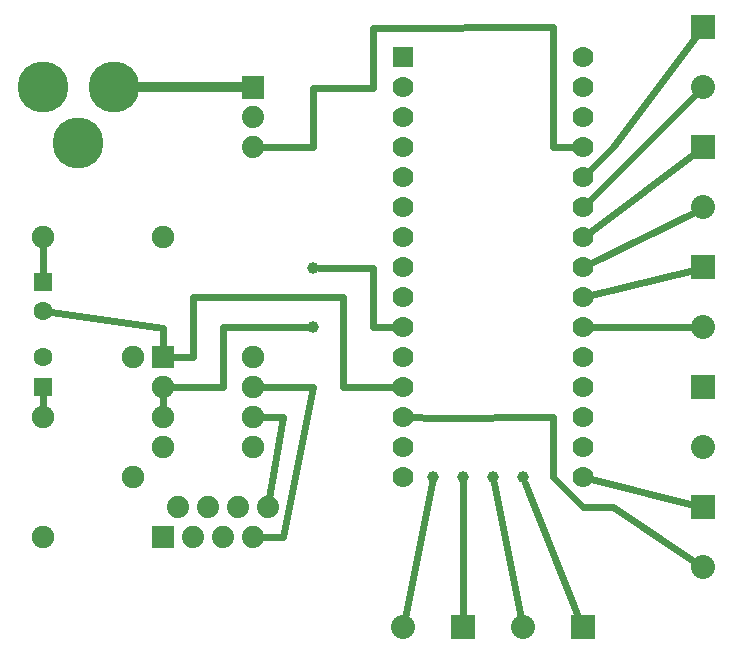
<source format=gtl>
G04 MADE WITH FRITZING*
G04 WWW.FRITZING.ORG*
G04 DOUBLE SIDED*
G04 HOLES PLATED*
G04 CONTOUR ON CENTER OF CONTOUR VECTOR*
%ASAXBY*%
%FSLAX23Y23*%
%MOIN*%
%OFA0B0*%
%SFA1.0B1.0*%
%ADD10C,0.070000*%
%ADD11C,0.074000*%
%ADD12C,0.080000*%
%ADD13C,0.075000*%
%ADD14C,0.062992*%
%ADD15C,0.039370*%
%ADD16C,0.170000*%
%ADD17R,0.069972X0.070000*%
%ADD18R,0.080000X0.080000*%
%ADD19R,0.075000X0.075000*%
%ADD20R,0.062992X0.062992*%
%ADD21C,0.024000*%
%ADD22C,0.032000*%
%ADD23R,0.001000X0.001000*%
%LNCOPPER1*%
G90*
G70*
G54D10*
X1411Y2193D03*
X1411Y2093D03*
X1411Y1993D03*
X1411Y1893D03*
X1411Y1793D03*
X1411Y1693D03*
X1411Y1593D03*
X1411Y1493D03*
X1411Y1393D03*
X1411Y1293D03*
X1411Y1193D03*
X1411Y1093D03*
X1411Y993D03*
X1411Y893D03*
X1411Y793D03*
X2011Y2193D03*
X2011Y2093D03*
X2011Y1993D03*
X2011Y1893D03*
X2011Y1793D03*
X2011Y1693D03*
X2011Y1593D03*
X2011Y1493D03*
X2011Y1393D03*
X2011Y1293D03*
X2011Y1193D03*
X2011Y1093D03*
X2011Y993D03*
X2011Y893D03*
X2011Y793D03*
G54D11*
X911Y2093D03*
X911Y1993D03*
X911Y1893D03*
X911Y2093D03*
X911Y1993D03*
X911Y1893D03*
G54D12*
X2411Y693D03*
X2411Y493D03*
X2411Y1093D03*
X2411Y893D03*
X2411Y1493D03*
X2411Y1293D03*
X2411Y1893D03*
X2411Y1693D03*
G54D11*
X961Y693D03*
X911Y593D03*
X861Y693D03*
X761Y693D03*
X661Y693D03*
X811Y593D03*
X711Y593D03*
X611Y593D03*
G54D12*
X2411Y2293D03*
X2411Y2093D03*
G54D13*
X611Y1193D03*
X911Y1193D03*
X611Y1093D03*
X911Y1093D03*
X611Y993D03*
X911Y993D03*
X611Y893D03*
X911Y893D03*
X511Y793D03*
X511Y1193D03*
G54D14*
X211Y1445D03*
X211Y1347D03*
X211Y1094D03*
X211Y1193D03*
G54D13*
X211Y1593D03*
X611Y1593D03*
X211Y993D03*
X211Y593D03*
G54D15*
X1111Y1293D03*
G54D12*
X2011Y293D03*
X1811Y293D03*
X1611Y293D03*
X1411Y293D03*
G54D15*
X1711Y793D03*
X1611Y793D03*
X1511Y793D03*
X1811Y793D03*
G54D16*
X447Y2093D03*
X211Y2093D03*
X329Y1908D03*
X447Y2093D03*
X211Y2093D03*
X329Y1908D03*
G54D15*
X1111Y1492D03*
G54D17*
X1411Y2193D03*
G54D18*
X2411Y693D03*
X2411Y1093D03*
X2411Y1493D03*
X2411Y1893D03*
X2411Y2293D03*
G54D19*
X611Y1193D03*
G54D20*
X211Y1445D03*
X211Y1094D03*
G54D18*
X2011Y293D03*
X1611Y293D03*
G54D21*
X1911Y1893D02*
X1911Y2293D01*
D02*
X1310Y2092D02*
X1111Y2092D01*
D02*
X1111Y2092D02*
X1111Y1893D01*
D02*
X1111Y1893D02*
X942Y1893D01*
D02*
X1982Y1893D02*
X1911Y1893D01*
D02*
X1911Y2293D02*
X1310Y2292D01*
D02*
X1310Y2292D02*
X1310Y2092D01*
D02*
X1011Y993D02*
X966Y723D01*
D02*
X940Y993D02*
X1011Y993D01*
D02*
X940Y1093D02*
X1111Y1093D01*
D02*
X1111Y1093D02*
X1011Y593D01*
D02*
X1011Y593D02*
X942Y593D01*
D02*
X611Y1064D02*
X611Y1021D01*
D02*
X2381Y700D02*
X2039Y786D01*
D02*
X2111Y1893D02*
X2032Y1813D01*
D02*
X2392Y2268D02*
X2111Y1893D01*
D02*
X2389Y2071D02*
X2032Y1713D01*
D02*
X2386Y1874D02*
X2034Y1610D01*
D02*
X2383Y1679D02*
X2037Y1506D01*
D02*
X2381Y1485D02*
X2039Y1400D01*
D02*
X2380Y1293D02*
X2040Y1293D01*
D02*
X2011Y693D02*
X1911Y793D01*
D02*
X1911Y793D02*
X1911Y993D01*
D02*
X1911Y993D02*
X1511Y992D01*
D02*
X2385Y510D02*
X2111Y693D01*
D02*
X2111Y693D02*
X2011Y693D01*
D02*
X1511Y992D02*
X1440Y993D01*
D02*
X211Y1472D02*
X211Y1564D01*
D02*
X211Y1021D02*
X211Y1067D01*
D02*
X1211Y1393D02*
X1211Y1093D01*
D02*
X1211Y1093D02*
X1382Y1093D01*
D02*
X640Y1193D02*
X711Y1193D01*
D02*
X711Y1393D02*
X1211Y1393D01*
D02*
X711Y1193D02*
X711Y1393D01*
D02*
X811Y1293D02*
X811Y1093D01*
D02*
X1092Y1293D02*
X811Y1293D01*
D02*
X811Y1093D02*
X640Y1093D01*
D02*
X1805Y323D02*
X1715Y774D01*
D02*
X1611Y774D02*
X1611Y324D01*
D02*
X1507Y774D02*
X1417Y323D01*
D02*
X1999Y322D02*
X1818Y775D01*
D02*
X611Y1221D02*
X612Y1292D01*
D02*
X612Y1292D02*
X238Y1343D01*
G54D22*
D02*
X880Y2093D02*
X517Y2093D01*
G54D21*
D02*
X1310Y1492D02*
X1130Y1492D01*
D02*
X1310Y1293D02*
X1310Y1492D01*
D02*
X1382Y1293D02*
X1310Y1293D01*
G54D23*
X874Y2129D02*
X947Y2129D01*
X874Y2128D02*
X947Y2128D01*
X874Y2127D02*
X947Y2127D01*
X874Y2126D02*
X947Y2126D01*
X874Y2125D02*
X947Y2125D01*
X874Y2124D02*
X947Y2124D01*
X874Y2123D02*
X947Y2123D01*
X874Y2122D02*
X947Y2122D01*
X874Y2121D02*
X947Y2121D01*
X874Y2120D02*
X947Y2120D01*
X874Y2119D02*
X947Y2119D01*
X874Y2118D02*
X947Y2118D01*
X874Y2117D02*
X947Y2117D01*
X874Y2116D02*
X947Y2116D01*
X874Y2115D02*
X947Y2115D01*
X874Y2114D02*
X947Y2114D01*
X874Y2113D02*
X947Y2113D01*
X874Y2112D02*
X905Y2112D01*
X915Y2112D02*
X947Y2112D01*
X874Y2111D02*
X902Y2111D01*
X919Y2111D02*
X947Y2111D01*
X874Y2110D02*
X900Y2110D01*
X920Y2110D02*
X947Y2110D01*
X874Y2109D02*
X898Y2109D01*
X922Y2109D02*
X947Y2109D01*
X874Y2108D02*
X897Y2108D01*
X923Y2108D02*
X947Y2108D01*
X874Y2107D02*
X896Y2107D01*
X924Y2107D02*
X947Y2107D01*
X874Y2106D02*
X895Y2106D01*
X925Y2106D02*
X947Y2106D01*
X874Y2105D02*
X894Y2105D01*
X926Y2105D02*
X947Y2105D01*
X874Y2104D02*
X894Y2104D01*
X927Y2104D02*
X947Y2104D01*
X874Y2103D02*
X893Y2103D01*
X928Y2103D02*
X947Y2103D01*
X874Y2102D02*
X892Y2102D01*
X928Y2102D02*
X947Y2102D01*
X874Y2101D02*
X892Y2101D01*
X929Y2101D02*
X947Y2101D01*
X874Y2100D02*
X891Y2100D01*
X929Y2100D02*
X947Y2100D01*
X874Y2099D02*
X891Y2099D01*
X929Y2099D02*
X947Y2099D01*
X874Y2098D02*
X891Y2098D01*
X930Y2098D02*
X947Y2098D01*
X874Y2097D02*
X891Y2097D01*
X930Y2097D02*
X947Y2097D01*
X874Y2096D02*
X890Y2096D01*
X930Y2096D02*
X947Y2096D01*
X874Y2095D02*
X890Y2095D01*
X930Y2095D02*
X947Y2095D01*
X874Y2094D02*
X890Y2094D01*
X930Y2094D02*
X947Y2094D01*
X874Y2093D02*
X890Y2093D01*
X930Y2093D02*
X947Y2093D01*
X874Y2092D02*
X890Y2092D01*
X930Y2092D02*
X947Y2092D01*
X874Y2091D02*
X890Y2091D01*
X930Y2091D02*
X947Y2091D01*
X874Y2090D02*
X890Y2090D01*
X930Y2090D02*
X947Y2090D01*
X874Y2089D02*
X891Y2089D01*
X930Y2089D02*
X947Y2089D01*
X874Y2088D02*
X891Y2088D01*
X930Y2088D02*
X947Y2088D01*
X874Y2087D02*
X891Y2087D01*
X929Y2087D02*
X947Y2087D01*
X874Y2086D02*
X891Y2086D01*
X929Y2086D02*
X947Y2086D01*
X874Y2085D02*
X892Y2085D01*
X929Y2085D02*
X947Y2085D01*
X874Y2084D02*
X892Y2084D01*
X928Y2084D02*
X947Y2084D01*
X874Y2083D02*
X893Y2083D01*
X928Y2083D02*
X947Y2083D01*
X874Y2082D02*
X893Y2082D01*
X927Y2082D02*
X947Y2082D01*
X874Y2081D02*
X894Y2081D01*
X926Y2081D02*
X947Y2081D01*
X874Y2080D02*
X895Y2080D01*
X925Y2080D02*
X947Y2080D01*
X874Y2079D02*
X896Y2079D01*
X925Y2079D02*
X947Y2079D01*
X874Y2078D02*
X897Y2078D01*
X923Y2078D02*
X947Y2078D01*
X874Y2077D02*
X898Y2077D01*
X922Y2077D02*
X947Y2077D01*
X874Y2076D02*
X900Y2076D01*
X921Y2076D02*
X947Y2076D01*
X874Y2075D02*
X902Y2075D01*
X919Y2075D02*
X947Y2075D01*
X874Y2074D02*
X905Y2074D01*
X916Y2074D02*
X947Y2074D01*
X874Y2073D02*
X947Y2073D01*
X874Y2072D02*
X947Y2072D01*
X874Y2071D02*
X947Y2071D01*
X874Y2070D02*
X947Y2070D01*
X874Y2069D02*
X947Y2069D01*
X874Y2068D02*
X947Y2068D01*
X874Y2067D02*
X947Y2067D01*
X874Y2066D02*
X947Y2066D01*
X874Y2065D02*
X947Y2065D01*
X874Y2064D02*
X947Y2064D01*
X874Y2063D02*
X947Y2063D01*
X874Y2062D02*
X947Y2062D01*
X874Y2061D02*
X947Y2061D01*
X874Y2060D02*
X947Y2060D01*
X874Y2059D02*
X947Y2059D01*
X874Y2058D02*
X947Y2058D01*
X874Y2057D02*
X947Y2057D01*
X874Y2056D02*
X946Y2056D01*
X574Y630D02*
X646Y630D01*
X574Y629D02*
X647Y629D01*
X574Y628D02*
X647Y628D01*
X574Y627D02*
X647Y627D01*
X574Y626D02*
X647Y626D01*
X574Y625D02*
X647Y625D01*
X574Y624D02*
X647Y624D01*
X574Y623D02*
X647Y623D01*
X574Y622D02*
X647Y622D01*
X574Y621D02*
X647Y621D01*
X574Y620D02*
X647Y620D01*
X574Y619D02*
X647Y619D01*
X574Y618D02*
X647Y618D01*
X574Y617D02*
X647Y617D01*
X574Y616D02*
X647Y616D01*
X574Y615D02*
X647Y615D01*
X574Y614D02*
X647Y614D01*
X574Y613D02*
X647Y613D01*
X574Y612D02*
X605Y612D01*
X616Y612D02*
X647Y612D01*
X574Y611D02*
X602Y611D01*
X619Y611D02*
X647Y611D01*
X574Y610D02*
X600Y610D01*
X621Y610D02*
X647Y610D01*
X574Y609D02*
X598Y609D01*
X622Y609D02*
X647Y609D01*
X574Y608D02*
X597Y608D01*
X624Y608D02*
X647Y608D01*
X574Y607D02*
X596Y607D01*
X625Y607D02*
X647Y607D01*
X574Y606D02*
X595Y606D01*
X626Y606D02*
X647Y606D01*
X574Y605D02*
X594Y605D01*
X626Y605D02*
X647Y605D01*
X574Y604D02*
X594Y604D01*
X627Y604D02*
X647Y604D01*
X574Y603D02*
X593Y603D01*
X628Y603D02*
X647Y603D01*
X574Y602D02*
X592Y602D01*
X628Y602D02*
X647Y602D01*
X574Y601D02*
X592Y601D01*
X629Y601D02*
X647Y601D01*
X574Y600D02*
X592Y600D01*
X629Y600D02*
X647Y600D01*
X574Y599D02*
X591Y599D01*
X630Y599D02*
X647Y599D01*
X574Y598D02*
X591Y598D01*
X630Y598D02*
X647Y598D01*
X574Y597D02*
X591Y597D01*
X630Y597D02*
X647Y597D01*
X574Y596D02*
X590Y596D01*
X630Y596D02*
X647Y596D01*
X574Y595D02*
X590Y595D01*
X630Y595D02*
X647Y595D01*
X574Y594D02*
X590Y594D01*
X630Y594D02*
X647Y594D01*
X574Y593D02*
X590Y593D01*
X631Y593D02*
X647Y593D01*
X574Y592D02*
X590Y592D01*
X630Y592D02*
X647Y592D01*
X574Y591D02*
X590Y591D01*
X630Y591D02*
X647Y591D01*
X574Y590D02*
X590Y590D01*
X630Y590D02*
X647Y590D01*
X574Y589D02*
X591Y589D01*
X630Y589D02*
X647Y589D01*
X574Y588D02*
X591Y588D01*
X630Y588D02*
X647Y588D01*
X574Y587D02*
X591Y587D01*
X629Y587D02*
X647Y587D01*
X574Y586D02*
X592Y586D01*
X629Y586D02*
X647Y586D01*
X574Y585D02*
X592Y585D01*
X629Y585D02*
X647Y585D01*
X574Y584D02*
X593Y584D01*
X628Y584D02*
X647Y584D01*
X574Y583D02*
X593Y583D01*
X628Y583D02*
X647Y583D01*
X574Y582D02*
X594Y582D01*
X627Y582D02*
X647Y582D01*
X574Y581D02*
X594Y581D01*
X626Y581D02*
X647Y581D01*
X574Y580D02*
X595Y580D01*
X625Y580D02*
X647Y580D01*
X574Y579D02*
X596Y579D01*
X625Y579D02*
X647Y579D01*
X574Y578D02*
X597Y578D01*
X623Y578D02*
X647Y578D01*
X574Y577D02*
X599Y577D01*
X622Y577D02*
X647Y577D01*
X574Y576D02*
X600Y576D01*
X620Y576D02*
X647Y576D01*
X574Y575D02*
X602Y575D01*
X619Y575D02*
X647Y575D01*
X574Y574D02*
X605Y574D01*
X615Y574D02*
X647Y574D01*
X574Y573D02*
X647Y573D01*
X574Y572D02*
X647Y572D01*
X574Y571D02*
X647Y571D01*
X574Y570D02*
X647Y570D01*
X574Y569D02*
X647Y569D01*
X574Y568D02*
X647Y568D01*
X574Y567D02*
X647Y567D01*
X574Y566D02*
X647Y566D01*
X574Y565D02*
X647Y565D01*
X574Y564D02*
X647Y564D01*
X574Y563D02*
X647Y563D01*
X574Y562D02*
X647Y562D01*
X574Y561D02*
X647Y561D01*
X574Y560D02*
X647Y560D01*
X574Y559D02*
X647Y559D01*
X574Y558D02*
X647Y558D01*
X574Y557D02*
X647Y557D01*
D02*
G04 End of Copper1*
M02*
</source>
